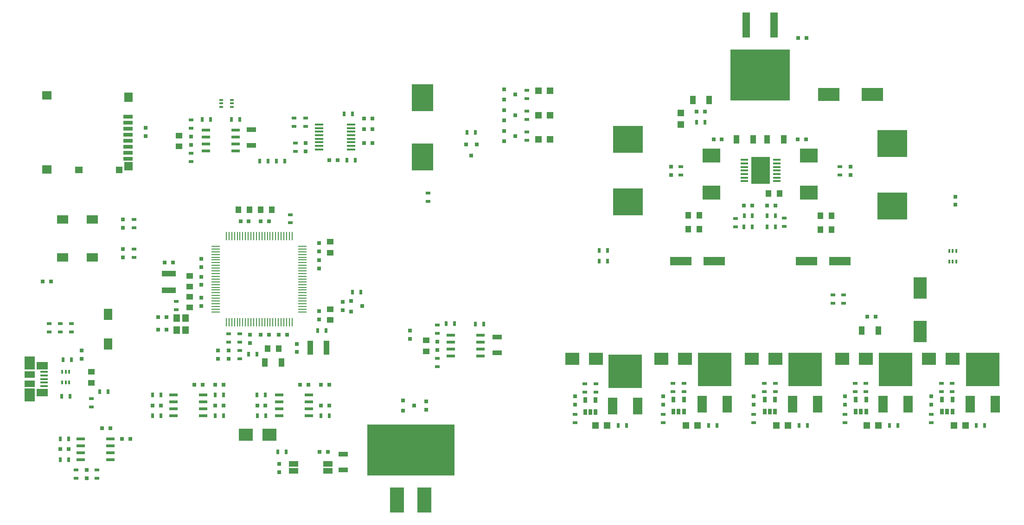
<source format=gbr>
G04 #@! TF.FileFunction,Paste,Top*
%FSLAX46Y46*%
G04 Gerber Fmt 4.6, Leading zero omitted, Abs format (unit mm)*
G04 Created by KiCad (PCBNEW 4.0.2-stable) date 4/21/2016 11:29:13 AM*
%MOMM*%
G01*
G04 APERTURE LIST*
%ADD10C,0.100000*%
%ADD11R,1.700000X0.900000*%
%ADD12R,0.800100X0.800100*%
%ADD13R,1.500000X0.280000*%
%ADD14R,0.280000X1.500000*%
%ADD15R,0.750000X0.800000*%
%ADD16R,0.800000X0.750000*%
%ADD17R,1.250000X1.000000*%
%ADD18R,1.198880X1.198880*%
%ADD19R,0.500000X0.900000*%
%ADD20R,0.900000X0.500000*%
%ADD21R,1.600000X2.000000*%
%ADD22R,2.000000X1.600000*%
%ADD23R,1.500000X0.450000*%
%ADD24R,1.550000X0.600000*%
%ADD25R,2.400300X4.000500*%
%ADD26R,4.000500X2.400300*%
%ADD27R,1.000000X1.600000*%
%ADD28R,1.000000X1.250000*%
%ADD29R,4.000500X1.600200*%
%ADD30R,3.299460X2.499360*%
%ADD31R,2.499360X2.301240*%
%ADD32R,1.651000X3.048000*%
%ADD33R,6.096000X6.096000*%
%ADD34R,0.650000X1.060000*%
%ADD35R,10.800000X9.400000*%
%ADD36R,1.390000X4.600000*%
%ADD37R,1.897380X1.173480*%
%ADD38R,1.897380X2.374900*%
%ADD39R,2.100580X1.473200*%
%ADD40R,1.379220X0.449580*%
%ADD41R,2.500000X4.600000*%
%ADD42R,15.880000X9.400000*%
%ADD43R,1.200000X1.400000*%
%ADD44R,0.398780X0.749300*%
%ADD45R,0.749300X0.398780*%
%ADD46R,2.500000X1.000000*%
%ADD47R,1.000000X2.500000*%
%ADD48R,4.000000X5.000000*%
%ADD49R,1.700000X1.000000*%
%ADD50R,1.678940X0.800100*%
%ADD51R,1.300480X1.290320*%
%ADD52R,1.699260X1.501140*%
%ADD53R,1.501140X1.699260*%
%ADD54R,1.399540X1.290320*%
%ADD55R,1.501140X1.600200*%
%ADD56R,5.400040X5.000000*%
%ADD57R,1.450000X0.450000*%
%ADD58R,3.400000X5.000000*%
G04 APERTURE END LIST*
D10*
D11*
X98933000Y-64844000D03*
X98933000Y-67744000D03*
D12*
X126634240Y-114366000D03*
X126634240Y-116266000D03*
X128633220Y-115316000D03*
D13*
X92430000Y-86202000D03*
X92430000Y-86702000D03*
X92430000Y-87202000D03*
X92430000Y-87702000D03*
X92430000Y-88202000D03*
X92430000Y-88702000D03*
X92430000Y-89202000D03*
X92430000Y-89702000D03*
X92430000Y-90202000D03*
X92430000Y-90702000D03*
X92430000Y-91202000D03*
X92430000Y-91702000D03*
X92430000Y-92202000D03*
X92430000Y-92702000D03*
X92430000Y-93202000D03*
X92430000Y-93702000D03*
X92430000Y-94202000D03*
X92430000Y-94702000D03*
X92430000Y-95202000D03*
X92430000Y-95702000D03*
X92430000Y-96202000D03*
X92430000Y-96702000D03*
X92430000Y-97202000D03*
X92430000Y-97702000D03*
X92430000Y-98202000D03*
D14*
X94330000Y-100102000D03*
X94830000Y-100102000D03*
X95330000Y-100102000D03*
X95830000Y-100102000D03*
X96330000Y-100102000D03*
X96830000Y-100102000D03*
X97330000Y-100102000D03*
X97830000Y-100102000D03*
X98330000Y-100102000D03*
X98830000Y-100102000D03*
X99330000Y-100102000D03*
X99830000Y-100102000D03*
X100330000Y-100102000D03*
X100830000Y-100102000D03*
X101330000Y-100102000D03*
X101830000Y-100102000D03*
X102330000Y-100102000D03*
X102830000Y-100102000D03*
X103330000Y-100102000D03*
X103830000Y-100102000D03*
X104330000Y-100102000D03*
X104830000Y-100102000D03*
X105330000Y-100102000D03*
X105830000Y-100102000D03*
X106330000Y-100102000D03*
D13*
X108230000Y-98202000D03*
X108230000Y-97702000D03*
X108230000Y-97202000D03*
X108230000Y-96702000D03*
X108230000Y-96202000D03*
X108230000Y-95702000D03*
X108230000Y-95202000D03*
X108230000Y-94702000D03*
X108230000Y-94202000D03*
X108230000Y-93702000D03*
X108230000Y-93202000D03*
X108230000Y-92702000D03*
X108230000Y-92202000D03*
X108230000Y-91702000D03*
X108230000Y-91202000D03*
X108230000Y-90702000D03*
X108230000Y-90202000D03*
X108230000Y-89702000D03*
X108230000Y-89202000D03*
X108230000Y-88702000D03*
X108230000Y-88202000D03*
X108230000Y-87702000D03*
X108230000Y-87202000D03*
X108230000Y-86702000D03*
X108230000Y-86202000D03*
D14*
X106330000Y-84302000D03*
X105830000Y-84302000D03*
X105330000Y-84302000D03*
X104830000Y-84302000D03*
X104330000Y-84302000D03*
X103830000Y-84302000D03*
X103330000Y-84302000D03*
X102830000Y-84302000D03*
X102330000Y-84302000D03*
X101830000Y-84302000D03*
X101330000Y-84302000D03*
X100830000Y-84302000D03*
X100330000Y-84302000D03*
X99830000Y-84302000D03*
X99330000Y-84302000D03*
X98830000Y-84302000D03*
X98330000Y-84302000D03*
X97830000Y-84302000D03*
X97330000Y-84302000D03*
X96830000Y-84302000D03*
X96330000Y-84302000D03*
X95830000Y-84302000D03*
X95330000Y-84302000D03*
X94830000Y-84302000D03*
X94330000Y-84302000D03*
D15*
X130810000Y-116066000D03*
X130810000Y-114566000D03*
D16*
X83427000Y-99187000D03*
X81927000Y-99187000D03*
X100596000Y-102362000D03*
X102096000Y-102362000D03*
D17*
X87630000Y-91583000D03*
X87630000Y-93583000D03*
D18*
X163863020Y-118999000D03*
X161764980Y-118999000D03*
X180373020Y-118999000D03*
X178274980Y-118999000D03*
X196883020Y-118999000D03*
X194784980Y-118999000D03*
X213393020Y-118999000D03*
X211294980Y-118999000D03*
X229268020Y-118999000D03*
X227169980Y-118999000D03*
D19*
X139815000Y-65405000D03*
X138315000Y-65405000D03*
D20*
X77470000Y-81292000D03*
X77470000Y-82792000D03*
X77470000Y-88253000D03*
X77470000Y-86753000D03*
D19*
X105017000Y-70612000D03*
X103517000Y-70612000D03*
X101969000Y-70612000D03*
X100469000Y-70612000D03*
D20*
X66040000Y-100342000D03*
X66040000Y-101842000D03*
X64008000Y-100342000D03*
X64008000Y-101842000D03*
X61976000Y-100342000D03*
X61976000Y-101842000D03*
D19*
X64516000Y-106934000D03*
X66016000Y-106934000D03*
D20*
X106934000Y-67322000D03*
X106934000Y-68822000D03*
X106680000Y-62750000D03*
X106680000Y-64250000D03*
D19*
X115836000Y-61976000D03*
X117336000Y-61976000D03*
X117844000Y-70485000D03*
X116344000Y-70485000D03*
D20*
X108839000Y-64250000D03*
X108839000Y-62750000D03*
X161798000Y-111391000D03*
X161798000Y-112891000D03*
X177927000Y-111264000D03*
X177927000Y-112764000D03*
X157988000Y-116979000D03*
X157988000Y-118479000D03*
X174117000Y-116979000D03*
X174117000Y-118479000D03*
X159766000Y-111391000D03*
X159766000Y-112891000D03*
X175895000Y-111264000D03*
X175895000Y-112764000D03*
D19*
X167374000Y-118999000D03*
X165874000Y-118999000D03*
X183884000Y-118999000D03*
X182384000Y-118999000D03*
D20*
X194564000Y-111264000D03*
X194564000Y-112764000D03*
X211074000Y-111264000D03*
X211074000Y-112764000D03*
X190627000Y-116979000D03*
X190627000Y-118479000D03*
X207264000Y-116979000D03*
X207264000Y-118479000D03*
X192532000Y-111276000D03*
X192532000Y-112776000D03*
X209169000Y-111264000D03*
X209169000Y-112764000D03*
D19*
X200394000Y-118999000D03*
X198894000Y-118999000D03*
X216904000Y-118999000D03*
X215404000Y-118999000D03*
D20*
X226822000Y-111264000D03*
X226822000Y-112764000D03*
X223012000Y-116979000D03*
X223012000Y-118479000D03*
X224917000Y-111264000D03*
X224917000Y-112764000D03*
D19*
X232767000Y-118999000D03*
X231267000Y-118999000D03*
X113145000Y-117221000D03*
X111645000Y-117221000D03*
X100001422Y-117221000D03*
X101501422Y-117221000D03*
X101461000Y-113411000D03*
X99961000Y-113411000D03*
X80911000Y-117221000D03*
X82411000Y-117221000D03*
X82411000Y-113411000D03*
X80911000Y-113411000D03*
X93841000Y-117221000D03*
X92341000Y-117221000D03*
X103771000Y-123825000D03*
X105271000Y-123825000D03*
X92341000Y-113411000D03*
X93841000Y-113411000D03*
D11*
X115697000Y-124206000D03*
X115697000Y-127106000D03*
D19*
X64020000Y-125222000D03*
X65520000Y-125222000D03*
X65520000Y-121412000D03*
X64020000Y-121412000D03*
D20*
X66929000Y-128639000D03*
X66929000Y-127139000D03*
X70739000Y-127139000D03*
X70739000Y-128639000D03*
X106045000Y-80415000D03*
X106045000Y-81915000D03*
D19*
X118860000Y-94615000D03*
X117360000Y-94615000D03*
D20*
X85217000Y-96278000D03*
X85217000Y-97778000D03*
D19*
X111010000Y-101600000D03*
X112510000Y-101600000D03*
X72759000Y-112776000D03*
X71259000Y-112776000D03*
D20*
X94742000Y-102247000D03*
X94742000Y-103747000D03*
X96774000Y-102247000D03*
X96774000Y-103747000D03*
D19*
X99937000Y-105918000D03*
X98437000Y-105918000D03*
D20*
X96774000Y-106795000D03*
X96774000Y-105295000D03*
D21*
X72771000Y-104046000D03*
X72771000Y-98646000D03*
D22*
X64450000Y-81280000D03*
X69850000Y-81280000D03*
X64450000Y-88265000D03*
X69850000Y-88265000D03*
D23*
X117138999Y-68490000D03*
X117138999Y-67840000D03*
X117138999Y-67190000D03*
X117138999Y-66540000D03*
X117138999Y-65890000D03*
X117138999Y-65240000D03*
X117138999Y-64590000D03*
X117138999Y-63940000D03*
X111238999Y-63940000D03*
X111238999Y-64590000D03*
X111238999Y-65240000D03*
X111238999Y-65890000D03*
X111238999Y-66540000D03*
X111238999Y-67190000D03*
X111238999Y-67840000D03*
X111238999Y-68490000D03*
D24*
X135349000Y-102489000D03*
X135349000Y-103759000D03*
X135349000Y-105029000D03*
X135349000Y-106299000D03*
X140749000Y-106299000D03*
X140749000Y-105029000D03*
X140749000Y-103759000D03*
X140749000Y-102489000D03*
X90632333Y-64942000D03*
X90632333Y-66212000D03*
X90632333Y-67482000D03*
X90632333Y-68752000D03*
X96032333Y-68752000D03*
X96032333Y-67482000D03*
X96032333Y-66212000D03*
X96032333Y-64942000D03*
D15*
X67945000Y-106795000D03*
X67945000Y-105295000D03*
X227457000Y-78613000D03*
X227457000Y-77113000D03*
D16*
X62345000Y-92633800D03*
X60845000Y-92633800D03*
D15*
X79629000Y-66028000D03*
X79629000Y-64528000D03*
D17*
X85725000Y-67929000D03*
X85725000Y-65929000D03*
D25*
X220980000Y-93789500D03*
X220980000Y-101790500D03*
D26*
X204279500Y-58420000D03*
X212280500Y-58420000D03*
D16*
X181725000Y-61595000D03*
X180225000Y-61595000D03*
X198767000Y-48133000D03*
X200267000Y-48133000D03*
D27*
X190476000Y-66675000D03*
X187476000Y-66675000D03*
X196064000Y-66675000D03*
X193064000Y-66675000D03*
D16*
X184785000Y-66675000D03*
X183285000Y-66675000D03*
X198640000Y-66675000D03*
X200140000Y-66675000D03*
D15*
X175514000Y-71640000D03*
X175514000Y-73140000D03*
X208280000Y-71640000D03*
X208280000Y-73140000D03*
D28*
X178705000Y-83058000D03*
X180705000Y-83058000D03*
X178705000Y-80518000D03*
X180705000Y-80518000D03*
D29*
X177289460Y-88900000D03*
X183390540Y-88900000D03*
D28*
X195310000Y-76581000D03*
X193310000Y-76581000D03*
D29*
X206377540Y-88900000D03*
X200276460Y-88900000D03*
D28*
X204835000Y-83185000D03*
X202835000Y-83185000D03*
X204835000Y-80645000D03*
X202835000Y-80645000D03*
D16*
X188861000Y-78740000D03*
X190361000Y-78740000D03*
X194552000Y-78740000D03*
X193052000Y-78740000D03*
D15*
X108839000Y-67322000D03*
X108839000Y-68822000D03*
D16*
X121019000Y-67310000D03*
X119519000Y-67310000D03*
X114669000Y-70485000D03*
X113169000Y-70485000D03*
X119519000Y-64770000D03*
X121019000Y-64770000D03*
X121019000Y-62865000D03*
X119519000Y-62865000D03*
D17*
X130810000Y-105394000D03*
X130810000Y-103394000D03*
D15*
X127889000Y-103112000D03*
X127889000Y-101612000D03*
X132842000Y-105144000D03*
X132842000Y-103644000D03*
X87884000Y-67679000D03*
X87884000Y-66179000D03*
X75438000Y-81292000D03*
X75438000Y-82792000D03*
X75438000Y-88253000D03*
X75438000Y-86753000D03*
X157988000Y-115177000D03*
X157988000Y-113677000D03*
X174117000Y-115177000D03*
X174117000Y-113677000D03*
X190627000Y-115177000D03*
X190627000Y-113677000D03*
X207264000Y-115177000D03*
X207264000Y-113677000D03*
X223012000Y-115177000D03*
X223012000Y-113677000D03*
D16*
X107835000Y-111506000D03*
X109335000Y-111506000D03*
X113145000Y-111506000D03*
X111645000Y-111506000D03*
X101473000Y-115316000D03*
X99973000Y-115316000D03*
X111645000Y-115316000D03*
X113145000Y-115316000D03*
X71640000Y-119507000D03*
X73140000Y-119507000D03*
X82411000Y-115316000D03*
X80911000Y-115316000D03*
X88531000Y-111506000D03*
X90031000Y-111506000D03*
D15*
X104013000Y-125996000D03*
X104013000Y-127496000D03*
D16*
X92341000Y-115316000D03*
X93841000Y-115316000D03*
X76823000Y-121412000D03*
X75323000Y-121412000D03*
X112891000Y-123825000D03*
X111391000Y-123825000D03*
X65520000Y-123317000D03*
X64020000Y-123317000D03*
X93841000Y-111506000D03*
X92341000Y-111506000D03*
D15*
X68834000Y-127139000D03*
X68834000Y-128639000D03*
X115570000Y-96405000D03*
X115570000Y-97905000D03*
D16*
X83058000Y-89154000D03*
X84558000Y-89154000D03*
D15*
X89789000Y-97143000D03*
X89789000Y-95643000D03*
D17*
X87630000Y-97393000D03*
X87630000Y-95393000D03*
D15*
X111252000Y-99556000D03*
X111252000Y-98056000D03*
X107188000Y-105537000D03*
X107188000Y-104037000D03*
D17*
X113284000Y-99679000D03*
X113284000Y-97679000D03*
D16*
X83427000Y-101473000D03*
X81927000Y-101473000D03*
X98438524Y-81669000D03*
X96938524Y-81669000D03*
D15*
X89797000Y-91760476D03*
X89797000Y-93260476D03*
X111252000Y-87110000D03*
X111252000Y-85610000D03*
D28*
X98536000Y-79502000D03*
X96536000Y-79502000D03*
D17*
X113284000Y-87360000D03*
X113284000Y-85360000D03*
D28*
X101870000Y-104902000D03*
X103870000Y-104902000D03*
D27*
X101370000Y-107442000D03*
X104370000Y-107442000D03*
D15*
X94742000Y-106795000D03*
X94742000Y-105295000D03*
D16*
X105398000Y-102362000D03*
X103898000Y-102362000D03*
D15*
X98679000Y-103874000D03*
X98679000Y-102374000D03*
X89789000Y-90031000D03*
X89789000Y-88531000D03*
X111252000Y-88785000D03*
X111252000Y-90285000D03*
D16*
X100596000Y-81661000D03*
X102096000Y-81661000D03*
D28*
X100600000Y-79502000D03*
X102600000Y-79502000D03*
D15*
X92837000Y-105295000D03*
X92837000Y-106795000D03*
D30*
X182880000Y-69623940D03*
X182880000Y-76426060D03*
X200660000Y-69623940D03*
X200660000Y-76426060D03*
D18*
X151350980Y-57785000D03*
X153449020Y-57785000D03*
X151350980Y-62230000D03*
X153449020Y-62230000D03*
X151350980Y-66675000D03*
X153449020Y-66675000D03*
X177292000Y-63914020D03*
X177292000Y-61815980D03*
D31*
X161787840Y-106807000D03*
X157490160Y-106807000D03*
X178043840Y-106807000D03*
X173746160Y-106807000D03*
X194553840Y-106807000D03*
X190256160Y-106807000D03*
X211063840Y-106807000D03*
X206766160Y-106807000D03*
X226938840Y-106807000D03*
X222641160Y-106807000D03*
X97927160Y-120650000D03*
X102224840Y-120650000D03*
D12*
X140015000Y-67579240D03*
X138115000Y-67579240D03*
X139065000Y-69578220D03*
X145049240Y-57470000D03*
X145049240Y-59370000D03*
X147048220Y-58420000D03*
X145049240Y-61280000D03*
X145049240Y-63180000D03*
X147048220Y-62230000D03*
X145049240Y-65090000D03*
X145049240Y-66990000D03*
X147048220Y-66040000D03*
D32*
X164846000Y-115443000D03*
D33*
X167132000Y-109093000D03*
D32*
X169418000Y-115443000D03*
X181229000Y-115062000D03*
D33*
X183515000Y-108712000D03*
D32*
X185801000Y-115062000D03*
X197739000Y-115062000D03*
D33*
X200025000Y-108712000D03*
D32*
X202311000Y-115062000D03*
X214249000Y-115062000D03*
D33*
X216535000Y-108712000D03*
D32*
X218821000Y-115062000D03*
X230124000Y-115062000D03*
D33*
X232410000Y-108712000D03*
D32*
X234696000Y-115062000D03*
D19*
X163945000Y-86995000D03*
X162445000Y-86995000D03*
D20*
X205105000Y-95135000D03*
X205105000Y-96635000D03*
D19*
X163945000Y-88900000D03*
X162445000Y-88900000D03*
D20*
X207010000Y-95135000D03*
X207010000Y-96635000D03*
X187325000Y-82665000D03*
X187325000Y-81165000D03*
X196215000Y-82550000D03*
X196215000Y-81050000D03*
X177292000Y-71640000D03*
X177292000Y-73140000D03*
X206375000Y-71640000D03*
X206375000Y-73140000D03*
D19*
X188873000Y-80645000D03*
X190373000Y-80645000D03*
X194552000Y-80645000D03*
X193052000Y-80645000D03*
X188861000Y-82677000D03*
X190361000Y-82677000D03*
X194552000Y-82677000D03*
X193052000Y-82677000D03*
X134505000Y-100330000D03*
X136005000Y-100330000D03*
D20*
X132842000Y-102096000D03*
X132842000Y-100596000D03*
X132842000Y-106692000D03*
X132842000Y-108192000D03*
D19*
X139839000Y-100457000D03*
X141339000Y-100457000D03*
X89928000Y-62992000D03*
X91428000Y-62992000D03*
D20*
X87884000Y-63131000D03*
X87884000Y-64631000D03*
X87884000Y-69215000D03*
X87884000Y-70715000D03*
D19*
X95262000Y-62992000D03*
X96762000Y-62992000D03*
D20*
X149225000Y-59170000D03*
X149225000Y-57670000D03*
X149225000Y-62980000D03*
X149225000Y-61480000D03*
X149225000Y-65290000D03*
X149225000Y-66790000D03*
D19*
X181725000Y-63500000D03*
X180225000Y-63500000D03*
D20*
X131191000Y-77966000D03*
X131191000Y-76466000D03*
D34*
X159832000Y-116543000D03*
X160782000Y-116543000D03*
X161732000Y-116543000D03*
X161732000Y-114343000D03*
X159832000Y-114343000D03*
X175961000Y-116416000D03*
X176911000Y-116416000D03*
X177861000Y-116416000D03*
X177861000Y-114216000D03*
X175961000Y-114216000D03*
X192598000Y-116416000D03*
X193548000Y-116416000D03*
X194498000Y-116416000D03*
X194498000Y-114216000D03*
X192598000Y-114216000D03*
X209235000Y-116416000D03*
X210185000Y-116416000D03*
X211135000Y-116416000D03*
X211135000Y-114216000D03*
X209235000Y-114216000D03*
X224983000Y-116416000D03*
X225933000Y-116416000D03*
X226883000Y-116416000D03*
X226883000Y-114216000D03*
X224983000Y-114216000D03*
D24*
X103980000Y-113411000D03*
X103980000Y-114681000D03*
X103980000Y-115951000D03*
X103980000Y-117221000D03*
X109380000Y-117221000D03*
X109380000Y-115951000D03*
X109380000Y-114681000D03*
X109380000Y-113411000D03*
X84676000Y-113411000D03*
X84676000Y-114681000D03*
X84676000Y-115951000D03*
X84676000Y-117221000D03*
X90076000Y-117221000D03*
X90076000Y-115951000D03*
X90076000Y-114681000D03*
X90076000Y-113411000D03*
X67785000Y-121412000D03*
X67785000Y-122682000D03*
X67785000Y-123952000D03*
X67785000Y-125222000D03*
X73185000Y-125222000D03*
X73185000Y-123952000D03*
X73185000Y-122682000D03*
X73185000Y-121412000D03*
D12*
X117109240Y-96205000D03*
X117109240Y-98105000D03*
X119108220Y-97155000D03*
D27*
X179475000Y-59436000D03*
X182475000Y-59436000D03*
D16*
X211340000Y-99060000D03*
X212840000Y-99060000D03*
D27*
X213360000Y-101600000D03*
X210360000Y-101600000D03*
D35*
X191770000Y-54870000D03*
D36*
X189230000Y-45720000D03*
X194310000Y-45720000D03*
D37*
X58420000Y-109651800D03*
X58420000Y-111328200D03*
D38*
X58420000Y-113403380D03*
X58420000Y-107576620D03*
D39*
X60718700Y-112951260D03*
X60718700Y-108028740D03*
D40*
X61079380Y-109189520D03*
X61079380Y-109839760D03*
X61079380Y-110490000D03*
X61079380Y-111140240D03*
X61079380Y-111790480D03*
D41*
X130516000Y-132588000D03*
D42*
X128016000Y-123438000D03*
D41*
X125476000Y-132588000D03*
D43*
X85306000Y-99357000D03*
X85306000Y-101557000D03*
X86906000Y-99357000D03*
X86906000Y-101557000D03*
D44*
X226298760Y-88960960D03*
X226949000Y-88960960D03*
X227599240Y-88960960D03*
X227599240Y-87061040D03*
X226949000Y-87061040D03*
X226298760Y-87061040D03*
D45*
X95310960Y-60721240D03*
X95310960Y-60071000D03*
X95310960Y-59420760D03*
X93411040Y-59420760D03*
X93411040Y-60071000D03*
X93411040Y-60721240D03*
D44*
X64373760Y-111058960D03*
X65024000Y-111058960D03*
X65674240Y-111058960D03*
X65674240Y-109159040D03*
X65024000Y-109159040D03*
X64373760Y-109159040D03*
D17*
X69723000Y-111172500D03*
X69723000Y-109172500D03*
D46*
X83820000Y-94210000D03*
X83820000Y-91210000D03*
D47*
X112625000Y-104775000D03*
X109625000Y-104775000D03*
D48*
X130175000Y-69855000D03*
X130175000Y-59055000D03*
D49*
X106603000Y-125984000D03*
X112903000Y-125984000D03*
X106603000Y-127254000D03*
X112903000Y-127254000D03*
D11*
X143764000Y-102817000D03*
X143764000Y-105717000D03*
D19*
X65774000Y-113665000D03*
X64274000Y-113665000D03*
D50*
X76354940Y-70187820D03*
X76354940Y-69088000D03*
X76354940Y-67988180D03*
X76354940Y-66888360D03*
X76354940Y-65786000D03*
X76354940Y-64686180D03*
X76354940Y-63586360D03*
X76354940Y-62486540D03*
D51*
X74795380Y-72242680D03*
D52*
X61595000Y-72136000D03*
D53*
X76446380Y-58938160D03*
D54*
X67396360Y-72242680D03*
D52*
X61595000Y-58638440D03*
D55*
X76446380Y-71597520D03*
D20*
X69723000Y-114058000D03*
X69723000Y-115558000D03*
D56*
X167640000Y-66675000D03*
X167640000Y-78105000D03*
X215900000Y-67437000D03*
X215900000Y-78867000D03*
D57*
X188923000Y-70395000D03*
X188923000Y-71045000D03*
X188923000Y-71695000D03*
X188923000Y-72345000D03*
X188923000Y-72995000D03*
X188923000Y-73645000D03*
X188923000Y-74295000D03*
X194823000Y-74295000D03*
X194823000Y-73645000D03*
X194823000Y-72995000D03*
X194823000Y-72345000D03*
X194823000Y-71695000D03*
X194823000Y-71045000D03*
X194823000Y-70395000D03*
D58*
X191873000Y-72345000D03*
M02*

</source>
